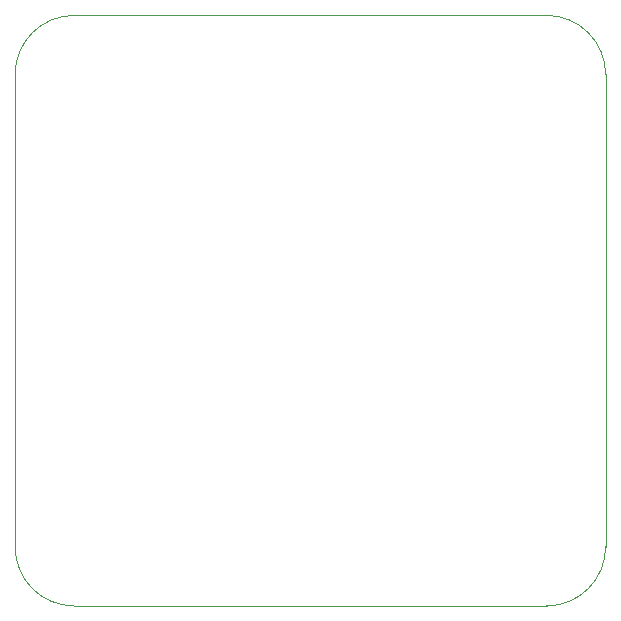
<source format=gm1>
G04 #@! TF.GenerationSoftware,KiCad,Pcbnew,8.0.1*
G04 #@! TF.CreationDate,2025-02-17T15:06:08+05:00*
G04 #@! TF.ProjectId,brain_board,62726169-6e5f-4626-9f61-72642e6b6963,rev?*
G04 #@! TF.SameCoordinates,Original*
G04 #@! TF.FileFunction,Profile,NP*
%FSLAX46Y46*%
G04 Gerber Fmt 4.6, Leading zero omitted, Abs format (unit mm)*
G04 Created by KiCad (PCBNEW 8.0.1) date 2025-02-17 15:06:08*
%MOMM*%
%LPD*%
G01*
G04 APERTURE LIST*
G04 #@! TA.AperFunction,Profile*
%ADD10C,0.050000*%
G04 #@! TD*
G04 APERTURE END LIST*
D10*
X136462479Y-63750000D02*
X176462479Y-63750000D01*
X181462479Y-108750000D02*
G75*
G02*
X176462479Y-113749979I-4999979J0D01*
G01*
X136462479Y-113750000D02*
G75*
G02*
X131462500Y-108750000I21J5000000D01*
G01*
X181462479Y-68750000D02*
X181462479Y-108750000D01*
X176462479Y-63750000D02*
G75*
G02*
X181462500Y-68750000I21J-5000000D01*
G01*
X131462479Y-68750000D02*
G75*
G02*
X136462479Y-63749979I5000021J0D01*
G01*
X131462479Y-108750000D02*
X131462479Y-68750000D01*
X176462479Y-113750000D02*
X136462479Y-113750000D01*
M02*

</source>
